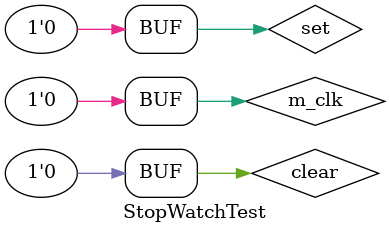
<source format=v>
`timescale 1ns / 1ps


module StopWatchTest;

	// Inputs
	reg m_clk;
	reg set;
	reg clear;

	// Outputs
	wire [5:0] minutes;
	wire [5:0] seconds;
	wire [6:0] m_seconds;

	// Instantiate the Unit Under Test (UUT)
	StopWatch uut (
		.m_clk(m_clk), 
		.set(set), 
		.clear(clear), 
		.minutes(minutes), 
		.seconds(seconds), 
		.m_seconds(m_seconds)
	);

	initial begin
		// Initialize Inputs
		m_clk = 0;
		set = 0;
		clear = 0;
		
		#100;
		set = 1;
		#1;
		set = 0;
		
		#25;
		clear = 1;
		#20;
		clear = 0;
		
		#100;
		set = 1;
		#1;
		set = 0;
	end
	
	always begin
		#0.0005; m_clk = 1;
		#0.0005; m_clk = 0;
	end
      
endmodule


</source>
